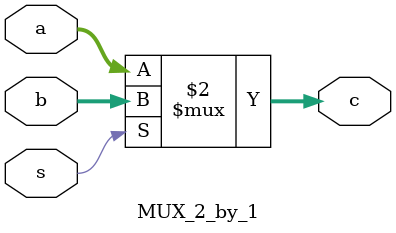
<source format=v>
`timescale 1ns / 1ps


module MUX_2_by_1(
    input [31:0] a,b,
    input s,
    output [31:0] c
);
    
    assign c = (s == 1'b0) ? a : b;
    //s = 0 => c = a
    //s = 1 => c = b;



endmodule
















</source>
